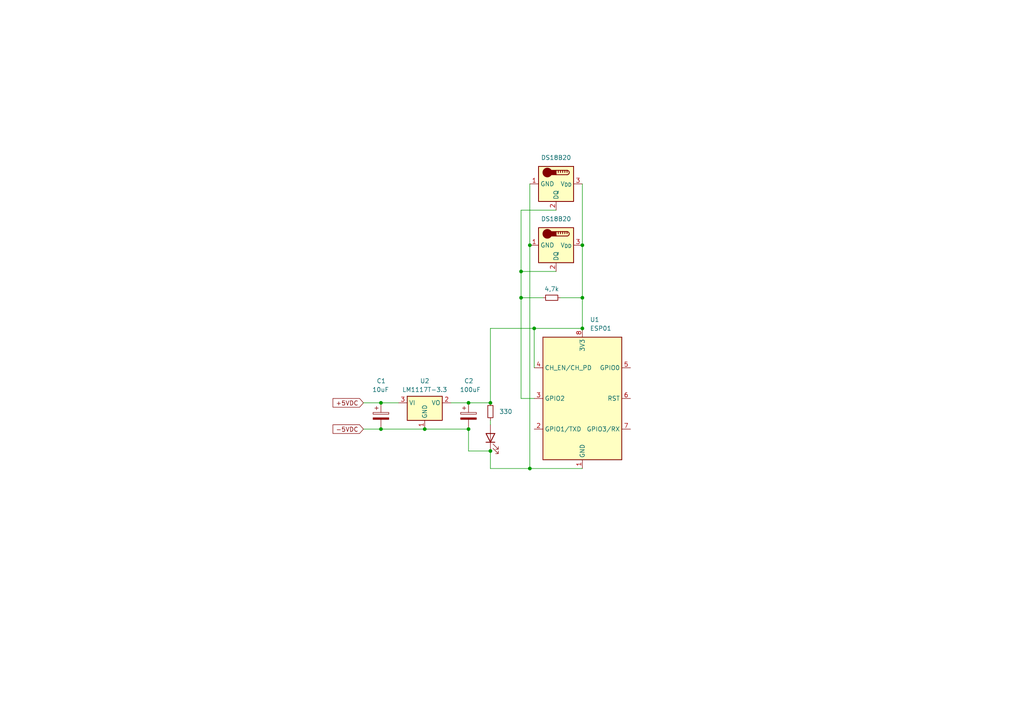
<source format=kicad_sch>
(kicad_sch (version 20230121) (generator eeschema)
  (paper "A4")
  (lib_symbols
    (symbol "Device:C_Polarized" (pin_numbers hide) (pin_names (offset 0.254))
      (property "Reference" "C" (at 0.635 2.54 0))
      (property "Value" "C_Polarized" (at 0.635 -2.54 0))
      (symbol "C_Polarized_0_1"
        (rectangle (start -2.286 0.508) (end 2.286 1.016))
        (polyline (pts (xy -1.778 2.286) (xy -0.762 2.286)))
        (polyline (pts (xy -1.27 2.794) (xy -1.27 1.778)))
        (rectangle (start 2.286 -0.508) (end -2.286 -1.016) (fill (type outline)))
      )
      (symbol "C_Polarized_1_1"
        (pin passive line (at 0 3.81 270) (length 2.794) (name "~") (number "1"))
        (pin passive line (at 0 -3.81 90) (length 2.794) (name "~") (number "2"))
      )
    )
    (symbol "Device:LED" (pin_numbers hide) (pin_names (offset 1.016) hide)
      (property "Reference" "D" (at 0 2.54 0))
      (property "Value" "LED" (at 0 -2.54 0))
      (symbol "LED_0_1"
        (polyline (pts (xy -1.27 -1.27) (xy -1.27 1.27)) (stroke (width 0.254)))
        (polyline (pts (xy -1.27 0) (xy 1.27 0)))
        (polyline (pts (xy 1.27 -1.27) (xy 1.27 1.27) (xy -1.27 0) (xy 1.27 -1.27)) (stroke (width 0.254)))
        (polyline (pts (xy -3.048 -0.762) (xy -4.572 -2.286) (xy -3.81 -2.286) (xy -4.572 -2.286) (xy -4.572 -1.524)))
        (polyline (pts (xy -1.778 -0.762) (xy -3.302 -2.286) (xy -2.54 -2.286) (xy -3.302 -2.286) (xy -3.302 -1.524)))
      )
      (symbol "LED_1_1"
        (pin passive line (at -3.81 0 0) (length 2.54) (name "K") (number "1"))
        (pin passive line (at 3.81 0 180) (length 2.54) (name "A") (number "2"))
      )
    )
    (symbol "Device:R_Small" (pin_numbers hide) (pin_names (offset 0.254) hide)
      (property "Reference" "R" (at 0.762 0.508 0))
      (property "Value" "R_Small" (at 0.762 -1.016 0))
      (symbol "R_Small_0_1"
        (rectangle (start -0.762 1.778) (end 0.762 -1.778) (stroke (width 0.2032)))
      )
      (symbol "R_Small_1_1"
        (pin passive line (at 0 2.54 270) (length 0.762) (name "~") (number "1"))
        (pin passive line (at 0 -2.54 90) (length 0.762) (name "~") (number "2"))
      )
    )
    (symbol "ESP01:ESP01"
      (property "Reference" "U" (at -6.35 22.86 0))
      (property "Value" "ESP01" (at -2.54 -19.05 0))
      (symbol "ESP01_1_1"
        (rectangle (start -11.43 17.78) (end 11.43 -17.78) (stroke (width 0.254)) (fill (type background)))
        (pin power_in line (at 0 -20.32 90) (length 2.54) (name "GND") (number "1"))
        (pin bidirectional line (at -13.97 -8.89 0) (length 2.54) (name "GPIO1/TXD") (number "2"))
        (pin input line (at -13.97 0 0) (length 2.54) (name "GPIO2") (number "3"))
        (pin input line (at -13.97 8.89 0) (length 2.54) (name "CH_EN/CH_PD") (number "4"))
        (pin bidirectional line (at 13.97 8.89 180) (length 2.54) (name "GPIO0") (number "5"))
        (pin input line (at 13.97 0 180) (length 2.54) (name "RST") (number "6"))
        (pin bidirectional line (at 13.97 -8.89 180) (length 2.54) (name "GPIO3/RX") (number "7"))
        (pin power_in line (at 0 20.32 270) (length 2.54) (name "3V3") (number "8"))
      )
    )
    (symbol "Regulator_Linear:LM1117T-3.3"
      (property "Reference" "U" (at -3.81 3.175 0))
      (property "Value" "LM1117T-3.3" (at 0 3.175 0))
      (symbol "LM1117T-3.3_0_1"
        (rectangle (start -5.08 -5.08) (end 5.08 1.905) (stroke (width 0.254)) (fill (type background)))
      )
      (symbol "LM1117T-3.3_1_1"
        (pin power_in line (at 0 -7.62 90) (length 2.54) (name "GND") (number "1"))
        (pin power_out line (at 7.62 0 180) (length 2.54) (name "VO") (number "2"))
        (pin power_in line (at -7.62 0 0) (length 2.54) (name "VI") (number "3"))
      )
    )
    (symbol "Sensor_Temperature:DS18B20"
      (property "Reference" "U" (at -3.81 6.35 0))
      (property "Value" "DS18B20" (at 6.35 6.35 0))
      (symbol "DS18B20_0_1"
        (rectangle (start -5.08 5.08) (end 5.08 -5.08) (stroke (width 0.254)) (fill (type background)))
        (circle (center -3.302 -2.54) (radius 1.27) (stroke (width 0.254)) (fill (type outline)))
        (rectangle (start -2.667 -1.905) (end -3.937 0) (stroke (width 0.254)) (fill (type outline)))
        (arc (start -2.667 3.175) (mid -3.302 3.8073) (end -3.937 3.175) (stroke (width 0.254)))
        (polyline (pts (xy -3.937 0.635) (xy -3.302 0.635)) (stroke (width 0.254)))
        (polyline (pts (xy -3.937 1.27) (xy -3.302 1.27)) (stroke (width 0.254)))
        (polyline (pts (xy -3.937 1.905) (xy -3.302 1.905)) (stroke (width 0.254)))
        (polyline (pts (xy -3.937 2.54) (xy -3.302 2.54)) (stroke (width 0.254)))
        (polyline (pts (xy -3.937 3.175) (xy -3.937 0)) (stroke (width 0.254)))
        (polyline (pts (xy -3.937 3.175) (xy -3.302 3.175)) (stroke (width 0.254)))
        (polyline (pts (xy -2.667 3.175) (xy -2.667 0)) (stroke (width 0.254)))
      )
      (symbol "DS18B20_1_1"
        (pin power_in line (at 0 -7.62 90) (length 2.54) (name "GND") (number "1"))
        (pin bidirectional line (at 7.62 0 180) (length 2.54) (name "DQ") (number "2"))
        (pin power_in line (at 0 7.62 270) (length 2.54) (name "V_{DD}") (number "3"))
      )
    )
  )
  (junction (at 123.19 124.46))
  (junction (at 142.24 116.84))
  (junction (at 154.94 95.25))
  (junction (at 168.91 95.25))
  (junction (at 168.91 86.36))
  (junction (at 142.24 130.81))
  (junction (at 110.49 124.46))
  (junction (at 153.67 135.89))
  (junction (at 151.13 78.74))
  (junction (at 135.89 116.84))
  (junction (at 151.13 86.36))
  (junction (at 168.91 71.12))
  (junction (at 110.49 116.84))
  (junction (at 153.67 71.12))
  (junction (at 135.89 124.46))
  (wire (pts (xy 153.67 71.12) (xy 153.67 135.89)))
  (wire (pts (xy 157.48 86.36) (xy 151.13 86.36)))
  (wire (pts (xy 168.91 86.36) (xy 168.91 95.25)))
  (wire (pts (xy 142.24 130.81) (xy 135.89 130.81)))
  (wire (pts (xy 142.24 130.81) (xy 142.24 135.89)))
  (wire (pts (xy 168.91 71.12) (xy 168.91 86.36)))
  (wire (pts (xy 168.91 53.34) (xy 168.91 71.12)))
  (wire (pts (xy 161.29 78.74) (xy 151.13 78.74)))
  (wire (pts (xy 142.24 121.92) (xy 142.24 123.19)))
  (wire (pts (xy 110.49 116.84) (xy 115.57 116.84)))
  (wire (pts (xy 151.13 60.96) (xy 151.13 78.74)))
  (wire (pts (xy 123.19 124.46) (xy 135.89 124.46)))
  (wire (pts (xy 153.67 135.89) (xy 168.91 135.89)))
  (wire (pts (xy 154.94 95.25) (xy 154.94 106.68)))
  (wire (pts (xy 151.13 115.57) (xy 154.94 115.57)))
  (wire (pts (xy 168.91 95.25) (xy 154.94 95.25)))
  (wire (pts (xy 110.49 124.46) (xy 123.19 124.46)))
  (wire (pts (xy 168.91 86.36) (xy 162.56 86.36)))
  (wire (pts (xy 105.41 124.46) (xy 110.49 124.46)))
  (wire (pts (xy 151.13 86.36) (xy 151.13 78.74)))
  (wire (pts (xy 153.67 53.34) (xy 153.67 71.12)))
  (wire (pts (xy 142.24 135.89) (xy 153.67 135.89)))
  (wire (pts (xy 135.89 116.84) (xy 142.24 116.84)))
  (wire (pts (xy 130.81 116.84) (xy 135.89 116.84)))
  (wire (pts (xy 135.89 130.81) (xy 135.89 124.46)))
  (wire (pts (xy 105.41 116.84) (xy 110.49 116.84)))
  (wire (pts (xy 161.29 60.96) (xy 151.13 60.96)))
  (wire (pts (xy 154.94 95.25) (xy 142.24 95.25)))
  (wire (pts (xy 151.13 86.36) (xy 151.13 115.57)))
  (wire (pts (xy 142.24 95.25) (xy 142.24 116.84)))
  (global_label "-5VDC" (shape input) (at 105.41 124.46 180) (property "Intersheetrefs" "${INTERSHEET_REFS}" (effects hide)))
  (global_label "+5VDC" (shape input) (at 105.41 116.84 180) (property "Intersheetrefs" "${INTERSHEET_REFS}" (effects hide)))
  (symbol (lib_id "Device:R_Small") (at 142.24 119.38 180) (unit 1)
    (property "Reference" "R1" (effects hide))
    (property "Value" "330" (at 144.78 119.38 0) (effects (justify right)))
  )
  (symbol (lib_id "Device:LED") (at 142.24 127 90) (unit 1)
    (property "Reference" "D1" (effects hide))
    (property "Value" "LED" (effects hide))
  )
  (symbol (lib_id "ESP01:ESP01") (at 168.91 115.57 0) (unit 1)
    (property "Reference" "U1" (at 171.1041 92.71 0) (effects (justify left)))
    (property "Value" "ESP01" (at 171.1041 95.25 0) (effects (justify left)))
    (property "Footprint" "ESP01:ESP01" (effects hide))
    (property "CREATOR" "tápai innováció :: tapai.hu" (effects hide))
  )
  (symbol (lib_id "Sensor_Temperature:DS18B20") (at 161.29 71.12 270) (unit 1)
    (property "Reference" "U4" (effects hide))
    (property "Value" "DS18B20" (at 161.29 63.5 90))
    (property "Footprint" "Package_TO_SOT_THT:TO-92_Inline" (effects hide))
    (property "Datasheet" "http://datasheets.maximintegrated.com/en/ds/DS18B20.pdf" (effects hide))
  )
  (symbol (lib_id "Device:C_Polarized") (at 110.49 120.65 0) (unit 1)
    (property "Reference" "C1" (at 109.22 110.49 0) (effects (justify left)))
    (property "Value" "10uF" (at 107.95 113.03 0) (effects (justify left)))
  )
  (symbol (lib_id "Device:C_Polarized") (at 135.89 120.65 0) (unit 1)
    (property "Reference" "C2" (at 134.62 110.49 0) (effects (justify left)))
    (property "Value" "100uF" (at 133.35 113.03 0) (effects (justify left)))
  )
  (symbol (lib_id "Sensor_Temperature:DS18B20") (at 161.29 53.34 270) (unit 1)
    (property "Reference" "U3" (effects hide))
    (property "Value" "DS18B20" (at 161.29 45.72 90))
    (property "Footprint" "Package_TO_SOT_THT:TO-92_Inline" (effects hide))
    (property "Datasheet" "http://datasheets.maximintegrated.com/en/ds/DS18B20.pdf" (effects hide))
  )
  (symbol (lib_id "Regulator_Linear:LM1117T-3.3") (at 123.19 116.84 0) (unit 1)
    (property "Reference" "U2" (at 123.19 110.49 0))
    (property "Value" "LM1117T-3.3" (at 123.19 113.03 0))
    (property "Footprint" "Package_TO_SOT_THT:TO-220-3_Horizontal_TabDown" (effects hide))
    (property "Datasheet" "http://www.ti.com/lit/ds/symlink/lm1117.pdf" (effects hide))
  )
  (symbol (lib_id "Device:R_Small") (at 160.02 86.36 270) (unit 1)
    (property "Reference" "R2" (effects hide))
    (property "Value" "4,7k" (at 160.02 83.82 90))
  )
)
</source>
